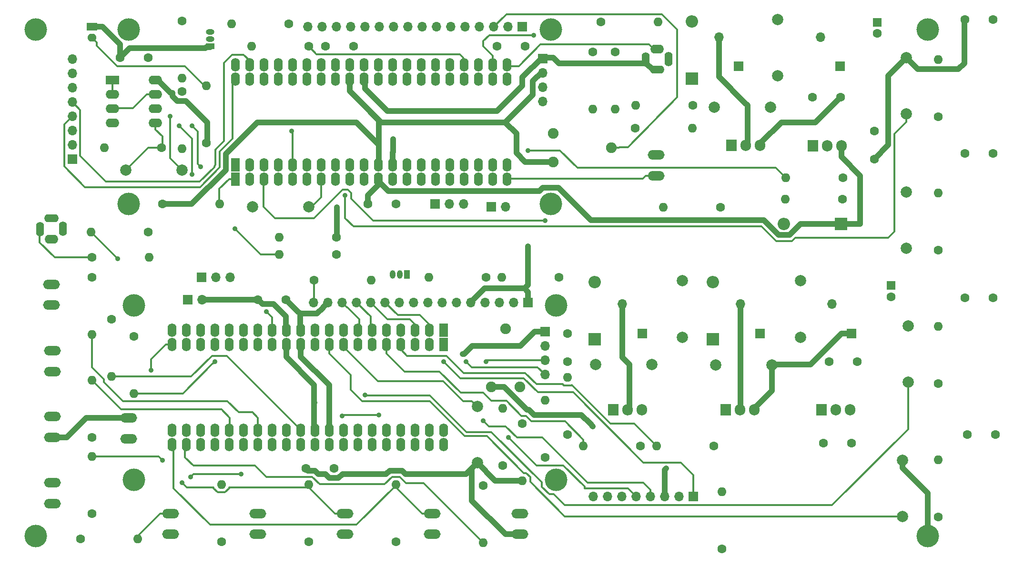
<source format=gbr>
G04 #@! TF.GenerationSoftware,KiCad,Pcbnew,(5.1.5-0-10_14)*
G04 #@! TF.CreationDate,2020-04-26T17:44:24+02:00*
G04 #@! TF.ProjectId,Main_Board_v1,4d61696e-5f42-46f6-9172-645f76312e6b,rev?*
G04 #@! TF.SameCoordinates,Original*
G04 #@! TF.FileFunction,Copper,L2,Bot*
G04 #@! TF.FilePolarity,Positive*
%FSLAX46Y46*%
G04 Gerber Fmt 4.6, Leading zero omitted, Abs format (unit mm)*
G04 Created by KiCad (PCBNEW (5.1.5-0-10_14)) date 2020-04-26 17:44:24*
%MOMM*%
%LPD*%
G04 APERTURE LIST*
%ADD10O,1.400000X2.600000*%
%ADD11O,2.600000X1.400000*%
%ADD12O,2.400000X1.600000*%
%ADD13R,1.000000X1.500000*%
%ADD14O,1.000000X1.500000*%
%ADD15R,1.500000X1.000000*%
%ADD16O,1.500000X1.000000*%
%ADD17O,1.600000X1.400000*%
%ADD18R,1.900000X1.400000*%
%ADD19O,3.000000X1.700000*%
%ADD20C,4.000000*%
%ADD21O,1.700000X1.700000*%
%ADD22R,1.700000X1.700000*%
%ADD23C,1.900000*%
%ADD24O,1.600000X1.600000*%
%ADD25C,1.600000*%
%ADD26C,2.000000*%
%ADD27R,1.600000X1.600000*%
%ADD28O,1.600000X2.400000*%
%ADD29R,1.600000X2.400000*%
%ADD30O,1.905000X2.000000*%
%ADD31R,1.905000X2.000000*%
%ADD32R,2.400000X1.600000*%
%ADD33O,2.200000X2.200000*%
%ADD34R,2.200000X2.200000*%
%ADD35C,0.900000*%
%ADD36C,1.000000*%
%ADD37C,0.350000*%
G04 APERTURE END LIST*
D10*
X36182854Y-72269383D03*
X32132854Y-72319383D03*
D11*
X34157854Y-70419383D03*
D12*
X34157854Y-74119383D03*
D10*
X139782854Y-42169383D03*
X143832854Y-42119383D03*
D11*
X141807854Y-44019383D03*
D12*
X141807854Y-40319383D03*
D13*
X97357854Y-80369383D03*
D14*
X94817854Y-80369383D03*
X96087854Y-80369383D03*
D15*
X62357854Y-39869383D03*
D16*
X62357854Y-37329383D03*
X62357854Y-38599383D03*
D17*
X41357854Y-38269383D03*
D18*
X41357854Y-36369383D03*
D19*
X47857854Y-109569383D03*
X47857854Y-105869383D03*
D20*
X47857854Y-36869383D03*
X47857854Y-67869383D03*
X122857854Y-67869383D03*
X122857854Y-36869383D03*
D21*
X79757854Y-36369383D03*
X82297854Y-36369383D03*
X84837854Y-36369383D03*
X87377854Y-36369383D03*
X89917854Y-36369383D03*
X92457854Y-36369383D03*
X94997854Y-36369383D03*
X97537854Y-36369383D03*
X100077854Y-36369383D03*
X102617854Y-36369383D03*
X105157854Y-36369383D03*
X107697854Y-36369383D03*
X110237854Y-36369383D03*
X112777854Y-36369383D03*
X115317854Y-36369383D03*
D22*
X117857854Y-36369383D03*
D20*
X48857854Y-85869383D03*
X48857854Y-116869383D03*
X123857854Y-116869383D03*
X123857854Y-85869383D03*
D21*
X80757854Y-85369383D03*
X83297854Y-85369383D03*
X85837854Y-85369383D03*
X88377854Y-85369383D03*
X90917854Y-85369383D03*
X93457854Y-85369383D03*
X95997854Y-85369383D03*
X98537854Y-85369383D03*
X101077854Y-85369383D03*
X103617854Y-85369383D03*
X106157854Y-85369383D03*
X108697854Y-85369383D03*
X111237854Y-85369383D03*
X113777854Y-85369383D03*
X116317854Y-85369383D03*
D22*
X118857854Y-85369383D03*
D23*
X117357854Y-100369383D03*
X114857854Y-90069383D03*
X112277854Y-100369383D03*
X123357854Y-60369383D03*
X133657854Y-57869383D03*
X123357854Y-55289383D03*
D24*
X91017854Y-81369383D03*
D25*
X80857854Y-81369383D03*
D24*
X101197854Y-80869383D03*
D25*
X111357854Y-80869383D03*
D24*
X114197854Y-80869383D03*
D25*
X124357854Y-80869383D03*
D24*
X69697854Y-39869383D03*
D25*
X79857854Y-39869383D03*
D24*
X66197854Y-35869383D03*
D25*
X76357854Y-35869383D03*
D24*
X49517854Y-127369383D03*
D25*
X39357854Y-127369383D03*
D24*
X48857854Y-101529383D03*
D25*
X48857854Y-91369383D03*
D19*
X55357854Y-126569383D03*
X55357854Y-122869383D03*
D24*
X153307854Y-119009383D03*
D25*
X153307854Y-129169383D03*
D24*
X64017854Y-67869383D03*
D25*
X53857854Y-67869383D03*
X79357854Y-114869383D03*
X84357854Y-114869383D03*
X196507854Y-84519383D03*
X201507854Y-84519383D03*
X70857854Y-84869383D03*
X75857854Y-84869383D03*
D26*
X186357854Y-89536049D03*
X186357854Y-99536049D03*
X109857854Y-113869383D03*
X109857854Y-103869383D03*
X146307854Y-81519383D03*
X146307854Y-91519383D03*
X167282854Y-81519383D03*
X167282854Y-91519383D03*
X162157854Y-96469383D03*
X152157854Y-96469383D03*
X140857854Y-96369383D03*
X130857854Y-96369383D03*
D25*
X87857854Y-39869383D03*
X82857854Y-39869383D03*
D26*
X69857854Y-68369383D03*
X79857854Y-68369383D03*
D25*
X196857854Y-108869383D03*
X201857854Y-108869383D03*
D26*
X185357854Y-113369383D03*
X185357854Y-123369383D03*
D25*
X125857854Y-90869383D03*
X125857854Y-95869383D03*
X171357854Y-110369383D03*
X176357854Y-110369383D03*
X183357854Y-84369383D03*
D27*
X183357854Y-82369383D03*
D25*
X177357854Y-95869383D03*
X172357854Y-95869383D03*
X118357854Y-39869383D03*
X113357854Y-39869383D03*
X196507854Y-35119383D03*
X201507854Y-35119383D03*
X95357854Y-67869383D03*
X90357854Y-67869383D03*
D26*
X186057854Y-41869383D03*
X186057854Y-51869383D03*
D25*
X196507854Y-58919383D03*
X201507854Y-58919383D03*
X174357854Y-48869383D03*
X169357854Y-48869383D03*
X180357854Y-59869383D03*
X180357854Y-54869383D03*
D26*
X163167854Y-35119383D03*
X163167854Y-45119383D03*
D25*
X180857854Y-37569383D03*
D27*
X180857854Y-35569383D03*
D26*
X186057854Y-65702716D03*
X186057854Y-75702716D03*
X47357854Y-61869383D03*
X57357854Y-61869383D03*
X151897854Y-50649383D03*
X161897854Y-50649383D03*
D25*
X46357854Y-41869383D03*
X51357854Y-41869383D03*
D28*
X68297854Y-110649383D03*
X65757854Y-110649383D03*
X63217854Y-110649383D03*
X60677854Y-110649383D03*
X58137854Y-110649383D03*
X55597854Y-110649383D03*
X80997854Y-110649383D03*
X78457854Y-110649383D03*
X75917854Y-110649383D03*
X73377854Y-110649383D03*
X70837854Y-110649383D03*
X101317854Y-110649383D03*
X98777854Y-110649383D03*
X96237854Y-110649383D03*
X93697854Y-110649383D03*
X91157854Y-110649383D03*
X88617854Y-110649383D03*
X86077854Y-110649383D03*
X83537854Y-110649383D03*
X103857854Y-110649383D03*
X58137854Y-90329383D03*
X55597854Y-90329383D03*
X93697854Y-90329383D03*
X73377854Y-90329383D03*
D29*
X103857854Y-90329383D03*
D28*
X70837854Y-90329383D03*
X75917854Y-90329383D03*
X80997854Y-90329383D03*
X88617854Y-90329383D03*
X86077854Y-90329383D03*
X83537854Y-90329383D03*
X91157854Y-90329383D03*
X98777854Y-90329383D03*
X96237854Y-90329383D03*
X101317854Y-90329383D03*
X65757854Y-90329383D03*
X68297854Y-90329383D03*
X63217854Y-90329383D03*
X60677854Y-90329383D03*
X78457854Y-90329383D03*
D29*
X103857854Y-92869383D03*
D28*
X55597854Y-108109383D03*
X101317854Y-92869383D03*
X58137854Y-108109383D03*
X98777854Y-92869383D03*
X60677854Y-108109383D03*
X96237854Y-92869383D03*
X63217854Y-108109383D03*
X93697854Y-92869383D03*
X65757854Y-108109383D03*
X91157854Y-92869383D03*
X68297854Y-108109383D03*
X88617854Y-92869383D03*
X70837854Y-108109383D03*
X86077854Y-92869383D03*
X73377854Y-108109383D03*
X83537854Y-92869383D03*
X75917854Y-108109383D03*
X80997854Y-92869383D03*
X78457854Y-108109383D03*
X78457854Y-92869383D03*
X80997854Y-108109383D03*
X75917854Y-92869383D03*
X83537854Y-108109383D03*
X73377854Y-92869383D03*
X86077854Y-108109383D03*
X70837854Y-92869383D03*
X88617854Y-108109383D03*
X68297854Y-92869383D03*
X91157854Y-108109383D03*
X65757854Y-92869383D03*
X93697854Y-108109383D03*
X63217854Y-92869383D03*
X96237854Y-108109383D03*
X60677854Y-92869383D03*
X98777854Y-108109383D03*
X58137854Y-92869383D03*
X101317854Y-108109383D03*
X55597854Y-92869383D03*
X103857854Y-108109383D03*
D30*
X176087854Y-104409383D03*
X173547854Y-104409383D03*
D31*
X171007854Y-104409383D03*
D28*
X102417854Y-43089383D03*
X104957854Y-43089383D03*
X107497854Y-43089383D03*
X110037854Y-43089383D03*
X112577854Y-43089383D03*
X115117854Y-43089383D03*
X89717854Y-43089383D03*
X92257854Y-43089383D03*
X94797854Y-43089383D03*
X97337854Y-43089383D03*
X99877854Y-43089383D03*
X69397854Y-43089383D03*
X71937854Y-43089383D03*
X74477854Y-43089383D03*
X77017854Y-43089383D03*
X79557854Y-43089383D03*
X82097854Y-43089383D03*
X84637854Y-43089383D03*
X87177854Y-43089383D03*
X66857854Y-43089383D03*
X112577854Y-63409383D03*
X115117854Y-63409383D03*
X77017854Y-63409383D03*
X97337854Y-63409383D03*
D29*
X66857854Y-63409383D03*
D28*
X99877854Y-63409383D03*
X94797854Y-63409383D03*
X89717854Y-63409383D03*
X82097854Y-63409383D03*
X84637854Y-63409383D03*
X87177854Y-63409383D03*
X79557854Y-63409383D03*
X71937854Y-63409383D03*
X74477854Y-63409383D03*
X69397854Y-63409383D03*
X104957854Y-63409383D03*
X102417854Y-63409383D03*
X107497854Y-63409383D03*
X110037854Y-63409383D03*
X92257854Y-63409383D03*
D29*
X66857854Y-60869383D03*
D28*
X115117854Y-45629383D03*
X69397854Y-60869383D03*
X112577854Y-45629383D03*
X71937854Y-60869383D03*
X110037854Y-45629383D03*
X74477854Y-60869383D03*
X107497854Y-45629383D03*
X77017854Y-60869383D03*
X104957854Y-45629383D03*
X79557854Y-60869383D03*
X102417854Y-45629383D03*
X82097854Y-60869383D03*
X99877854Y-45629383D03*
X84637854Y-60869383D03*
X97337854Y-45629383D03*
X87177854Y-60869383D03*
X94797854Y-45629383D03*
X89717854Y-60869383D03*
X92257854Y-45629383D03*
X92257854Y-60869383D03*
X89717854Y-45629383D03*
X94797854Y-60869383D03*
X87177854Y-45629383D03*
X97337854Y-60869383D03*
X84637854Y-45629383D03*
X99877854Y-60869383D03*
X82097854Y-45629383D03*
X102417854Y-60869383D03*
X79557854Y-45629383D03*
X104957854Y-60869383D03*
X77017854Y-45629383D03*
X107497854Y-60869383D03*
X74477854Y-45629383D03*
X110037854Y-60869383D03*
X71937854Y-45629383D03*
X112577854Y-60869383D03*
X69397854Y-45629383D03*
X115117854Y-60869383D03*
X66857854Y-45629383D03*
D30*
X174537854Y-57509383D03*
X171997854Y-57509383D03*
D31*
X169457854Y-57509383D03*
D12*
X52627854Y-45869383D03*
X45007854Y-53489383D03*
X52627854Y-48409383D03*
X45007854Y-50949383D03*
X52627854Y-50949383D03*
X45007854Y-48409383D03*
X52627854Y-53489383D03*
D32*
X45007854Y-45869383D03*
D20*
X189857854Y-126869383D03*
X31357854Y-36869383D03*
X31357854Y-126869383D03*
X189857854Y-36869383D03*
D24*
X74601854Y-73763383D03*
D25*
X84761854Y-73763383D03*
D24*
X74601854Y-76811383D03*
D25*
X84761854Y-76811383D03*
D24*
X64357854Y-117709383D03*
D25*
X64357854Y-127869383D03*
D24*
X41357854Y-99209383D03*
D25*
X41357854Y-109369383D03*
D24*
X41357854Y-112709383D03*
D25*
X41357854Y-122869383D03*
D24*
X191707854Y-89609383D03*
D25*
X191707854Y-99769383D03*
D24*
X117857854Y-117029383D03*
D25*
X117857854Y-106869383D03*
D24*
X114357854Y-104209383D03*
D25*
X114357854Y-114369383D03*
D24*
X128697854Y-110869383D03*
D25*
X138857854Y-110869383D03*
D24*
X164517854Y-67039383D03*
D25*
X174677854Y-67039383D03*
D24*
X164667854Y-63239383D03*
D25*
X174827854Y-63239383D03*
D24*
X41197854Y-72869383D03*
D25*
X51357854Y-72869383D03*
D24*
X110857854Y-128029383D03*
D25*
X110857854Y-117869383D03*
D24*
X95357854Y-117709383D03*
D25*
X95357854Y-127869383D03*
D24*
X79857854Y-117709383D03*
D25*
X79857854Y-127869383D03*
D24*
X41357854Y-91029383D03*
D25*
X41357854Y-80869383D03*
D24*
X44857854Y-98529383D03*
D25*
X44857854Y-88369383D03*
D24*
X125857854Y-98709383D03*
D25*
X125857854Y-108869383D03*
D24*
X51517854Y-77369383D03*
D25*
X41357854Y-77369383D03*
D24*
X121857854Y-102709383D03*
D25*
X121857854Y-112869383D03*
D24*
X141697854Y-110869383D03*
D25*
X151857854Y-110869383D03*
D24*
X191707854Y-113309383D03*
D25*
X191707854Y-123469383D03*
D24*
X137997854Y-50319383D03*
D25*
X148157854Y-50319383D03*
D24*
X141967854Y-35519383D03*
D25*
X131807854Y-35519383D03*
D24*
X130357854Y-51029383D03*
D25*
X130357854Y-40869383D03*
D24*
X148017854Y-54369383D03*
D25*
X137857854Y-54369383D03*
D24*
X134357854Y-51029383D03*
D25*
X134357854Y-40869383D03*
D24*
X191707854Y-42209383D03*
D25*
X191707854Y-52369383D03*
D24*
X142847854Y-68429383D03*
D25*
X153007854Y-68429383D03*
D24*
X57357854Y-45529383D03*
D25*
X57357854Y-35369383D03*
D24*
X57357854Y-58029383D03*
D25*
X57357854Y-47869383D03*
D24*
X43597854Y-57869383D03*
D25*
X53757854Y-57869383D03*
D24*
X61647854Y-46839383D03*
D25*
X61647854Y-56999383D03*
D24*
X191707854Y-65909383D03*
D25*
X191707854Y-76069383D03*
D30*
X139087854Y-104409383D03*
X136547854Y-104409383D03*
D31*
X134007854Y-104409383D03*
D30*
X159087854Y-104409383D03*
X156547854Y-104409383D03*
D31*
X154007854Y-104409383D03*
D30*
X160087854Y-57409383D03*
X157547854Y-57409383D03*
D31*
X155007854Y-57409383D03*
D21*
X130427854Y-119819383D03*
X132967854Y-119819383D03*
X135507854Y-119819383D03*
X138047854Y-119819383D03*
X140587854Y-119819383D03*
X143127854Y-119819383D03*
X145667854Y-119819383D03*
D22*
X148207854Y-119819383D03*
D19*
X34357854Y-109356883D03*
X34357854Y-105656883D03*
X70857854Y-126569383D03*
X70857854Y-122869383D03*
X34357854Y-121069383D03*
X34357854Y-117369383D03*
X34157854Y-82131883D03*
X34157854Y-85831883D03*
X101857854Y-126569383D03*
X101857854Y-122869383D03*
X34357854Y-97644383D03*
X34357854Y-93944383D03*
X86357854Y-126569383D03*
X86357854Y-122869383D03*
X141607854Y-59169383D03*
X141607854Y-62869383D03*
D21*
X60897854Y-84869383D03*
D22*
X58357854Y-84869383D03*
D21*
X121857854Y-98189383D03*
X121857854Y-95649383D03*
X121857854Y-93109383D03*
D22*
X121857854Y-90569383D03*
D21*
X65937854Y-80869383D03*
X63397854Y-80869383D03*
D22*
X60857854Y-80869383D03*
D19*
X117357854Y-126569383D03*
X117357854Y-122869383D03*
D21*
X135632854Y-85669383D03*
D22*
X139132854Y-90869383D03*
D21*
X156607854Y-85669383D03*
D22*
X160107854Y-90869383D03*
D21*
X172857854Y-85669383D03*
D22*
X176357854Y-90869383D03*
D21*
X121457854Y-49639383D03*
X121457854Y-47099383D03*
X121457854Y-44559383D03*
D22*
X121457854Y-42019383D03*
D21*
X114897854Y-68369383D03*
D22*
X112357854Y-68369383D03*
D21*
X37857854Y-42089383D03*
X37857854Y-44629383D03*
X37857854Y-47169383D03*
X37857854Y-49709383D03*
X37857854Y-52249383D03*
X37857854Y-54789383D03*
X37857854Y-57329383D03*
D22*
X37857854Y-59869383D03*
D21*
X107437854Y-67869383D03*
X104897854Y-67869383D03*
D22*
X102357854Y-67869383D03*
D21*
X170807854Y-38219383D03*
D22*
X174307854Y-43419383D03*
D21*
X152757854Y-38219383D03*
D22*
X156257854Y-43419383D03*
D33*
X164317854Y-71389383D03*
D34*
X174477854Y-71389383D03*
D33*
X130707854Y-81759383D03*
D34*
X130707854Y-91919383D03*
D33*
X151682854Y-81759383D03*
D34*
X151682854Y-91919383D03*
D33*
X147927854Y-35409383D03*
D34*
X147927854Y-45569383D03*
D35*
X94857854Y-56369383D03*
X94857854Y-51369383D03*
X143357854Y-114869383D03*
X130357854Y-107369383D03*
X118857854Y-75369383D03*
X80984853Y-103194384D03*
X107230859Y-94494382D03*
X55250861Y-52257594D03*
X107857854Y-95869383D03*
X56821854Y-53951383D03*
X59107854Y-62587383D03*
X66727854Y-72239383D03*
X111348051Y-95844383D03*
X92347854Y-105394383D03*
X85777854Y-105513383D03*
X59107854Y-53951383D03*
X60631854Y-61219383D03*
X119857854Y-37869383D03*
X86357854Y-66369383D03*
X121857854Y-70844373D03*
X76857854Y-54869383D03*
X84907854Y-68419383D03*
X70857854Y-53369383D03*
X118857854Y-58369383D03*
X57357854Y-117369383D03*
X51829062Y-97398175D03*
X45899854Y-77573383D03*
X53857854Y-113369383D03*
X58857854Y-116369383D03*
X67857854Y-115869383D03*
X115357854Y-109369383D03*
X110857854Y-106369383D03*
X103857854Y-95869385D03*
X89857854Y-101844383D03*
X63171854Y-95861383D03*
X72357854Y-87019382D03*
D36*
X174357854Y-48869383D02*
X169857854Y-53369383D01*
X169857854Y-53369383D02*
X163857854Y-53369383D01*
X163857854Y-53369383D02*
X160357854Y-56869383D01*
X160357854Y-56869383D02*
X160357854Y-57369383D01*
X186057854Y-41869383D02*
X182857854Y-45069383D01*
X182857854Y-45069383D02*
X182857854Y-57369383D01*
X182857854Y-57369383D02*
X180357854Y-59869383D01*
X122149856Y-41869383D02*
X121357854Y-41869383D01*
X141007854Y-44019383D02*
X139857854Y-42869383D01*
X139857854Y-42869383D02*
X136157853Y-42869383D01*
X141807854Y-44019383D02*
X141007854Y-44019383D01*
X124357854Y-42869383D02*
X123357854Y-41869383D01*
X136165850Y-42869383D02*
X124357854Y-42869383D01*
X123357854Y-41869383D02*
X121357854Y-41869383D01*
X94857854Y-58609383D02*
X94857854Y-56369383D01*
X94797854Y-58669383D02*
X94857854Y-58609383D01*
X94797854Y-60869383D02*
X94797854Y-58669383D01*
X113357854Y-51369383D02*
X93857854Y-51369383D01*
X89857854Y-47369383D02*
X89857854Y-45369383D01*
X121457854Y-42019383D02*
X121457854Y-41769383D01*
X117857854Y-46869383D02*
X113357854Y-51369383D01*
X117857854Y-45369383D02*
X117857854Y-46869383D01*
X93857854Y-51369383D02*
X89857854Y-47369383D01*
X121457854Y-41769383D02*
X117857854Y-45369383D01*
X48057855Y-40169382D02*
X61557855Y-40169382D01*
X61557855Y-40169382D02*
X61702844Y-40024393D01*
X46357854Y-41869383D02*
X48057855Y-40169382D01*
X61702844Y-40024393D02*
X62357854Y-40024393D01*
X46357854Y-39519383D02*
X46357854Y-40738013D01*
X43207854Y-36369383D02*
X46357854Y-39519383D01*
X41357854Y-36369383D02*
X43207854Y-36369383D01*
X46357854Y-40738013D02*
X46357854Y-41869383D01*
X174507854Y-90869383D02*
X169007854Y-96369383D01*
X176357854Y-90869383D02*
X174507854Y-90869383D01*
X169007854Y-96369383D02*
X161857854Y-96369383D01*
X162157854Y-96469383D02*
X162157854Y-101069383D01*
X162157854Y-101069383D02*
X158857854Y-104369383D01*
X143127854Y-115099383D02*
X143357854Y-114869383D01*
X143127854Y-119819383D02*
X143127854Y-115099383D01*
X118857854Y-83519383D02*
X118207854Y-82869383D01*
X118857854Y-85369383D02*
X118857854Y-83519383D01*
X111147852Y-82869383D02*
X108857854Y-85159381D01*
X118207854Y-82869383D02*
X111147852Y-82869383D01*
X108857854Y-85159381D02*
X108857854Y-85369383D01*
X108857855Y-120569384D02*
X108857855Y-114869382D01*
X108857855Y-114869382D02*
X109857854Y-113869383D01*
X114857854Y-126569383D02*
X108857855Y-120569384D01*
X117357854Y-126569383D02*
X114857854Y-126569383D01*
X129907855Y-106919384D02*
X130357854Y-107369383D01*
X118669840Y-104419371D02*
X118963139Y-104419371D01*
X128357854Y-105369383D02*
X129907855Y-106919384D01*
X112277854Y-100369383D02*
X114619852Y-100369383D01*
X114619852Y-100369383D02*
X118669840Y-104419371D01*
X118963139Y-104419371D02*
X119913151Y-105369383D01*
X119913151Y-105369383D02*
X128357854Y-105369383D01*
X71657853Y-85669382D02*
X73657853Y-85669382D01*
X70857854Y-84869383D02*
X71657853Y-85669382D01*
X73657853Y-85669382D02*
X75857854Y-87869383D01*
X75857854Y-87869383D02*
X75857854Y-90369383D01*
X75917854Y-95069383D02*
X80857854Y-100009383D01*
X75917854Y-92869383D02*
X75917854Y-95069383D01*
X80857854Y-100009383D02*
X80857854Y-107869383D01*
X117857854Y-117029383D02*
X113017854Y-117029383D01*
X113017854Y-117029383D02*
X109857854Y-113869383D01*
X70857854Y-84869383D02*
X60857854Y-84869383D01*
X93642557Y-115869383D02*
X94252569Y-115259371D01*
X81573151Y-115869383D02*
X82841852Y-115869383D01*
X85173855Y-116569384D02*
X85873856Y-115869383D01*
X96463139Y-115259371D02*
X97073151Y-115869383D01*
X83541853Y-116569384D02*
X85173855Y-116569384D01*
X80963139Y-115259371D02*
X81573151Y-115869383D01*
X79357854Y-114869383D02*
X79747842Y-115259371D01*
X94252569Y-115259371D02*
X96463139Y-115259371D01*
X107857854Y-115869383D02*
X109857854Y-113869383D01*
X85873856Y-115869383D02*
X93642557Y-115869383D01*
X97073151Y-115869383D02*
X107857854Y-115869383D01*
X82841852Y-115869383D02*
X83541853Y-116569384D01*
X79747842Y-115259371D02*
X80963139Y-115259371D01*
X40345354Y-105869383D02*
X45357854Y-105869383D01*
X36857854Y-109356883D02*
X40345354Y-105869383D01*
X34357854Y-109356883D02*
X36857854Y-109356883D01*
X45357854Y-105869383D02*
X47857854Y-105869383D01*
X118857854Y-80069383D02*
X118857854Y-75369383D01*
X118857854Y-82219383D02*
X118857854Y-80069383D01*
X118207854Y-82869383D02*
X118857854Y-82219383D01*
X189857854Y-119283596D02*
X189857854Y-124040956D01*
X185357854Y-114783596D02*
X189857854Y-119283596D01*
X185357854Y-113369383D02*
X185357854Y-114783596D01*
X189857854Y-124040956D02*
X189857854Y-126869383D01*
X188097855Y-43909384D02*
X195317853Y-43909384D01*
X186057854Y-41869383D02*
X188097855Y-43909384D01*
X195317853Y-43909384D02*
X196357854Y-42869383D01*
X196357854Y-42869383D02*
X196357854Y-34869383D01*
X120007854Y-90569383D02*
X117509854Y-93067383D01*
X121857854Y-90569383D02*
X120007854Y-90569383D01*
X117509854Y-93067383D02*
X108891854Y-93067383D01*
X107464855Y-94494382D02*
X107230859Y-94494382D01*
X108891854Y-93067383D02*
X107464855Y-94494382D01*
X47357854Y-61369383D02*
X47357854Y-61869383D01*
D37*
X52627854Y-54639383D02*
X53857854Y-55869383D01*
X52627854Y-53489383D02*
X52627854Y-54639383D01*
X53857854Y-55869383D02*
X53857854Y-57869383D01*
X53857854Y-57869383D02*
X51357854Y-57869383D01*
X51357854Y-57869383D02*
X47357854Y-61869383D01*
X42207853Y-39754384D02*
X45822852Y-43369383D01*
X42207853Y-39119382D02*
X42207853Y-39754384D01*
X41357854Y-38269383D02*
X42207853Y-39119382D01*
X45822852Y-43369383D02*
X57857854Y-43369383D01*
X57857854Y-43369383D02*
X61357854Y-46869383D01*
X61357854Y-46869383D02*
X61857854Y-46869383D01*
X57357854Y-61869383D02*
X55250861Y-59762390D01*
X55250861Y-52893990D02*
X55250861Y-52257594D01*
X55250861Y-59762390D02*
X55250861Y-52893990D01*
D36*
X152757854Y-38219383D02*
X152757854Y-45269383D01*
X152757854Y-45269383D02*
X157357854Y-49869383D01*
X157357854Y-49869383D02*
X157857854Y-50369383D01*
X157857854Y-50369383D02*
X157857854Y-56869383D01*
X157857854Y-56869383D02*
X157357854Y-57369383D01*
D37*
X121857854Y-98189383D02*
X120537854Y-96869383D01*
X120537854Y-96869383D02*
X108857854Y-96869383D01*
X108857854Y-96869383D02*
X107857854Y-95869383D01*
X56821854Y-53951383D02*
X59107854Y-56237383D01*
X59107854Y-56237383D02*
X59107854Y-62587383D01*
X71299854Y-76811383D02*
X66727854Y-72239383D01*
X74601854Y-76811383D02*
X71299854Y-76811383D01*
X111543051Y-95649383D02*
X111348051Y-95844383D01*
X121857854Y-95649383D02*
X111543051Y-95649383D01*
X92347854Y-105394383D02*
X85896854Y-105394383D01*
X85896854Y-105394383D02*
X85777854Y-105513383D01*
X60123854Y-54967383D02*
X59107854Y-53951383D01*
X60123854Y-60711383D02*
X60123854Y-54967383D01*
X60631854Y-61219383D02*
X60123854Y-60711383D01*
X51077854Y-48409383D02*
X48617854Y-50869383D01*
X52627854Y-48409383D02*
X51077854Y-48409383D01*
X48617854Y-50869383D02*
X44857854Y-50869383D01*
X139757854Y-62869383D02*
X139257854Y-63369383D01*
X141607854Y-62869383D02*
X139757854Y-62869383D01*
X139257854Y-63369383D02*
X115357854Y-63369383D01*
X117187854Y-43369383D02*
X115357854Y-43369383D01*
X121062855Y-39494382D02*
X117187854Y-43369383D01*
X141157854Y-40319383D02*
X140332853Y-39494382D01*
X140332853Y-39494382D02*
X121062855Y-39494382D01*
X141807854Y-40319383D02*
X141157854Y-40319383D01*
X112577854Y-41539383D02*
X110907854Y-39869383D01*
X112577854Y-43089383D02*
X112577854Y-41539383D01*
X110907854Y-39869383D02*
X110907854Y-38919383D01*
X110907854Y-38919383D02*
X111957854Y-37869383D01*
X119092856Y-37869383D02*
X119857854Y-37869383D01*
X111957854Y-37869383D02*
X119092856Y-37869383D01*
X86357854Y-66369383D02*
X86357854Y-68869383D01*
X165723139Y-74464395D02*
X162912569Y-74464395D01*
X160317557Y-71869383D02*
X90857854Y-71869383D01*
X166318151Y-73869383D02*
X165723139Y-74464395D01*
X182857854Y-73869383D02*
X166318151Y-73869383D01*
X183932864Y-72794373D02*
X182857854Y-73869383D01*
X183932864Y-55408586D02*
X183932864Y-72794373D01*
X186057854Y-53283596D02*
X183932864Y-55408586D01*
X186057854Y-51869383D02*
X186057854Y-53283596D01*
X162912569Y-74464395D02*
X160317557Y-71869383D01*
X86357854Y-70394383D02*
X87832854Y-71869383D01*
X86357854Y-66369383D02*
X86357854Y-70394383D01*
X87832854Y-71869383D02*
X90857854Y-71869383D01*
X85865853Y-65344382D02*
X86849855Y-65344382D01*
X80840852Y-70369383D02*
X85865853Y-65344382D01*
X121221458Y-70844373D02*
X121857854Y-70844373D01*
X73857854Y-70369383D02*
X80840852Y-70369383D01*
X71857854Y-68369383D02*
X73857854Y-70369383D01*
X87382855Y-66894384D02*
X91332844Y-70844373D01*
X87382855Y-65877382D02*
X87382855Y-66894384D01*
X91332844Y-70844373D02*
X121221458Y-70844373D01*
X71857854Y-63369383D02*
X71857854Y-68369383D01*
X86849855Y-65344382D02*
X87382855Y-65877382D01*
X45007854Y-45869383D02*
X45007854Y-48219383D01*
X45007854Y-48219383D02*
X44857854Y-48369383D01*
X77017854Y-55029383D02*
X76857854Y-54869383D01*
X77017854Y-60869383D02*
X77017854Y-55029383D01*
D36*
X174537854Y-59509383D02*
X177857854Y-62829383D01*
X174537854Y-57509383D02*
X174537854Y-59509383D01*
X174477854Y-71389383D02*
X177837854Y-71389383D01*
X177837854Y-71389383D02*
X177857854Y-71369383D01*
X177857854Y-62829383D02*
X177857854Y-71369383D01*
X87177854Y-47829383D02*
X89117864Y-49769393D01*
X87177854Y-45629383D02*
X87177854Y-47829383D01*
X89117864Y-49769393D02*
X92357854Y-53009383D01*
X92357854Y-53009383D02*
X92357854Y-57369383D01*
X92357854Y-57369383D02*
X92357854Y-60869383D01*
X84907854Y-73869383D02*
X84907854Y-68419383D01*
X90357854Y-67869383D02*
X90357854Y-66869383D01*
X90357854Y-66869383D02*
X90357854Y-66369383D01*
X90357854Y-66369383D02*
X92357854Y-64369383D01*
X92257854Y-63809383D02*
X92257854Y-63409383D01*
X120825852Y-65609383D02*
X94057854Y-65609383D01*
X94057854Y-65609383D02*
X92257854Y-63809383D01*
X163357853Y-73389384D02*
X160737853Y-70769384D01*
X160737853Y-70769384D02*
X130049857Y-70769384D01*
X124249855Y-64969382D02*
X121465853Y-64969382D01*
X167297856Y-71369383D02*
X165277855Y-73389384D01*
X130049857Y-70769384D02*
X124249855Y-64969382D01*
X121465853Y-64969382D02*
X120825852Y-65609383D01*
X165277855Y-73389384D02*
X163357853Y-73389384D01*
X177857854Y-71369383D02*
X167297856Y-71369383D01*
X88357854Y-53369383D02*
X92357854Y-57369383D01*
X70737852Y-53369383D02*
X88357854Y-53369383D01*
X65157853Y-58949382D02*
X70737852Y-53369383D01*
X65157853Y-61809854D02*
X65157853Y-58949382D01*
X59098324Y-67869383D02*
X65157853Y-61809854D01*
X53857854Y-67869383D02*
X59098324Y-67869383D01*
X118357854Y-60369383D02*
X123357854Y-60369383D01*
X116765854Y-58777383D02*
X118357854Y-60369383D01*
X92717854Y-53369383D02*
X89117864Y-49769393D01*
X114807854Y-53369383D02*
X92717854Y-53369383D01*
X119707853Y-48469384D02*
X114807854Y-53369383D01*
X119707853Y-46019384D02*
X119707853Y-48469384D01*
X121357854Y-44369383D02*
X119707853Y-46019384D01*
X116765854Y-55327383D02*
X114807854Y-53369383D01*
X116765854Y-58777383D02*
X116765854Y-55327383D01*
X55297854Y-48139383D02*
X53027854Y-45869383D01*
X53027854Y-45869383D02*
X52627854Y-45869383D01*
X61857854Y-53399383D02*
X58027855Y-49569384D01*
X55657853Y-48685384D02*
X55657853Y-48139383D01*
X61857854Y-56869383D02*
X61857854Y-53399383D01*
X58027855Y-49569384D02*
X56541853Y-49569384D01*
X61647854Y-57079383D02*
X61857854Y-56869383D01*
X55657853Y-48139383D02*
X55297854Y-48139383D01*
X56541853Y-49569384D02*
X55657853Y-48685384D01*
X61647854Y-56999383D02*
X61647854Y-57079383D01*
D37*
X82097854Y-63409383D02*
X82097854Y-66629383D01*
X82097854Y-66629383D02*
X80357854Y-68369383D01*
X124534856Y-58369383D02*
X123357854Y-58369383D01*
X162872844Y-61444373D02*
X127609846Y-61444373D01*
X123357854Y-58369383D02*
X118857854Y-58369383D01*
X127609846Y-61444373D02*
X124534856Y-58369383D01*
X164667854Y-63239383D02*
X162872844Y-61444373D01*
X66288307Y-41314373D02*
X68302844Y-41314373D01*
X64812856Y-56641882D02*
X64812856Y-42789824D01*
X37857854Y-49709383D02*
X39282855Y-51134384D01*
X63357854Y-58096884D02*
X64812856Y-56641882D01*
X63332831Y-58193434D02*
X63357854Y-58168411D01*
X63092359Y-61294381D02*
X63092359Y-61134878D01*
X68302844Y-41314373D02*
X69357854Y-42369383D01*
X63357854Y-58168411D02*
X63357854Y-58096884D01*
X60517355Y-63869383D02*
X63092359Y-61294381D01*
X63092359Y-61134878D02*
X63332831Y-60894406D01*
X43857854Y-63869383D02*
X60517355Y-63869383D01*
X39282855Y-59294384D02*
X43857854Y-63869383D01*
X64812856Y-42789824D02*
X66288307Y-41314373D01*
X39282855Y-51134384D02*
X39282855Y-59294384D01*
X63332831Y-60894406D02*
X63332831Y-58193434D01*
X64082842Y-58504098D02*
X66357854Y-56229086D01*
X64082842Y-61364573D02*
X64082842Y-58504098D01*
X60578032Y-64869383D02*
X64082842Y-61364573D01*
X40122852Y-64869383D02*
X60578032Y-64869383D01*
X66357854Y-45869383D02*
X66857854Y-45369383D01*
X66357854Y-56229086D02*
X66357854Y-45869383D01*
X36432853Y-53674384D02*
X36432853Y-61179384D01*
X36432853Y-61179384D02*
X40122852Y-64869383D01*
X37857854Y-52249383D02*
X36432853Y-53674384D01*
D36*
X75857854Y-84869383D02*
X77857854Y-86869383D01*
X77857854Y-86869383D02*
X78357854Y-87369383D01*
X78357854Y-87369383D02*
X78357854Y-90369383D01*
X78457854Y-92869383D02*
X78457854Y-95069383D01*
X83537854Y-100049383D02*
X83357854Y-99869383D01*
X83537854Y-108109383D02*
X83537854Y-100049383D01*
X78457854Y-95069383D02*
X83357854Y-99869383D01*
X82447855Y-86219382D02*
X82447855Y-86279382D01*
X83297854Y-85369383D02*
X82447855Y-86219382D01*
X81357854Y-87369383D02*
X78357854Y-87369383D01*
X82447855Y-86279382D02*
X81357854Y-87369383D01*
X156607854Y-85669383D02*
X156607854Y-104119383D01*
X156607854Y-104119383D02*
X156357854Y-104369383D01*
X135632854Y-85669383D02*
X135632854Y-95144383D01*
X135632854Y-95144383D02*
X136857854Y-96369383D01*
X136857854Y-96369383D02*
X136857854Y-104869383D01*
D37*
X86077854Y-93269383D02*
X92177854Y-99369383D01*
X86077854Y-92869383D02*
X86077854Y-93269383D01*
X103797180Y-99369383D02*
X107297180Y-102869383D01*
X92177854Y-99369383D02*
X103797180Y-99369383D01*
X107297180Y-102869383D02*
X108857855Y-102869384D01*
X108857855Y-102869384D02*
X109857854Y-103869383D01*
X59357854Y-114369383D02*
X57857854Y-112869383D01*
X94697853Y-116334382D02*
X93387840Y-117644395D01*
X96017855Y-116334382D02*
X94697853Y-116334382D01*
X100272865Y-117444394D02*
X97127867Y-117444394D01*
X72322853Y-116334382D02*
X70357854Y-114369383D01*
X70357854Y-114369383D02*
X59357854Y-114369383D01*
X93387840Y-117644395D02*
X81827868Y-117644395D01*
X80517855Y-116334382D02*
X72322853Y-116334382D01*
X110857854Y-128029383D02*
X100272865Y-117444394D01*
X97127867Y-117444394D02*
X96017855Y-116334382D01*
X57857854Y-112869383D02*
X57857854Y-110369383D01*
X81827868Y-117644395D02*
X80517855Y-116334382D01*
X62982853Y-118219383D02*
X58207854Y-118219383D01*
X62982853Y-118369384D02*
X62982853Y-118219383D01*
X63697853Y-119084384D02*
X62982853Y-118369384D01*
X65017855Y-119084384D02*
X63697853Y-119084384D01*
X58207854Y-118219383D02*
X57357854Y-117369383D01*
X65732855Y-118369384D02*
X65017855Y-119084384D01*
X65732855Y-118219383D02*
X65732855Y-118369384D01*
X84507854Y-122869383D02*
X79857854Y-118219383D01*
X79857854Y-118219383D02*
X65732855Y-118219383D01*
X86357854Y-122869383D02*
X84507854Y-122869383D01*
X51829062Y-96761779D02*
X51829062Y-97398175D01*
X51829062Y-95488175D02*
X51829062Y-96761779D01*
X55597854Y-92869383D02*
X54447854Y-92869383D01*
X54447854Y-92869383D02*
X51829062Y-95488175D01*
X65324852Y-94836381D02*
X78357854Y-107869383D01*
X62679852Y-94836381D02*
X65324852Y-94836381D01*
X58986850Y-98529383D02*
X62679852Y-94836381D01*
X44857854Y-98529383D02*
X58986850Y-98529383D01*
X32082844Y-73019393D02*
X32082844Y-74709641D01*
X32082844Y-74709641D02*
X34742586Y-77369383D01*
X32132854Y-72969383D02*
X32082844Y-73019393D01*
X32132854Y-72319383D02*
X32132854Y-72969383D01*
X34742586Y-77369383D02*
X41357854Y-77369383D01*
X45899854Y-77571383D02*
X45899854Y-77573383D01*
X41197854Y-72869383D02*
X45899854Y-77571383D01*
X55857854Y-112869383D02*
X55857854Y-110869383D01*
X55857854Y-118369383D02*
X55857854Y-112869383D01*
X62357854Y-124869383D02*
X55857854Y-118369383D01*
X101857854Y-122869383D02*
X100007854Y-122869383D01*
X88357854Y-124869383D02*
X62357854Y-124869383D01*
X95357854Y-117869383D02*
X88357854Y-124869383D01*
X95357854Y-118219383D02*
X95357854Y-117869383D01*
X100007854Y-122869383D02*
X95357854Y-118219383D01*
X69857854Y-104869383D02*
X70857854Y-105869383D01*
X65437412Y-102904384D02*
X67402411Y-104869383D01*
X43482853Y-99494382D02*
X46892855Y-102904384D01*
X46892855Y-102904384D02*
X65437412Y-102904384D01*
X67402411Y-104869383D02*
X69857854Y-104869383D01*
X43482853Y-98994382D02*
X43482853Y-99494382D01*
X70857854Y-105869383D02*
X70857854Y-107869383D01*
X41357854Y-96869383D02*
X43482853Y-98994382D01*
X41357854Y-91029383D02*
X41357854Y-96869383D01*
X41357854Y-112709383D02*
X53197854Y-112709383D01*
X53197854Y-112709383D02*
X53857854Y-113369383D01*
X58857854Y-116369383D02*
X59357854Y-115869383D01*
X59357854Y-115869383D02*
X67857854Y-115869383D01*
X41357854Y-99209383D02*
X46517854Y-104369383D01*
X46517854Y-104369383D02*
X64357854Y-104369383D01*
X64357854Y-104369383D02*
X65857854Y-105869383D01*
X65857854Y-105869383D02*
X65857854Y-107369383D01*
X103340850Y-94869383D02*
X97357854Y-94869383D01*
X126517855Y-100084384D02*
X125197853Y-100084384D01*
X104349855Y-94844380D02*
X103365853Y-94844380D01*
X124982852Y-99869383D02*
X120357854Y-99869383D01*
X97357854Y-94869383D02*
X96357854Y-93869383D01*
X137697854Y-106869383D02*
X133480352Y-106869383D01*
X125197853Y-100084384D02*
X124982852Y-99869383D01*
X103365853Y-94844380D02*
X103340850Y-94869383D01*
X120357854Y-99869383D02*
X118357854Y-97869383D01*
X107374858Y-97869383D02*
X104349855Y-94844380D01*
X141697854Y-110869383D02*
X137697854Y-106869383D01*
X133480352Y-106869383D02*
X126606604Y-99995635D01*
X126606604Y-99995635D02*
X126517855Y-100084384D01*
X118357854Y-97869383D02*
X107374858Y-97869383D01*
X96357854Y-93869383D02*
X96357854Y-92869383D01*
X128697854Y-110869383D02*
X128697854Y-109738013D01*
X128697854Y-109738013D02*
X125404235Y-106444394D01*
X119467867Y-106444394D02*
X118517855Y-105494382D01*
X118517855Y-105494382D02*
X117677855Y-105494382D01*
X117677855Y-105494382D02*
X115017855Y-102834382D01*
X115017855Y-102834382D02*
X112322853Y-102834382D01*
X125404235Y-106444394D02*
X119467867Y-106444394D01*
X96897845Y-97619374D02*
X103107845Y-97619374D01*
X93697854Y-94419383D02*
X96897845Y-97619374D01*
X93697854Y-92869383D02*
X93697854Y-94419383D01*
X106857854Y-101369383D02*
X110857854Y-101369383D01*
X103107845Y-97619374D02*
X106857854Y-101369383D01*
X112322853Y-102834382D02*
X110857854Y-101369383D01*
X65707854Y-63409383D02*
X63933854Y-65183383D01*
X66857854Y-63409383D02*
X65707854Y-63409383D01*
X63933854Y-65183383D02*
X63933854Y-67921383D01*
X120357854Y-114369383D02*
X115357854Y-109369383D01*
X122621853Y-114294382D02*
X122546852Y-114369383D01*
X122546852Y-114369383D02*
X120357854Y-114369383D01*
X125093855Y-114294382D02*
X122621853Y-114294382D01*
X128882853Y-118083380D02*
X125093855Y-114294382D01*
X128882853Y-118394382D02*
X128882853Y-118083380D01*
X136622853Y-118394382D02*
X128882853Y-118394382D01*
X138047854Y-119819383D02*
X136622853Y-118394382D01*
X140587854Y-118617302D02*
X139339935Y-117369383D01*
X140587854Y-119819383D02*
X140587854Y-118617302D01*
X129392856Y-117369383D02*
X121392856Y-109369383D01*
X139339935Y-117369383D02*
X129392856Y-117369383D01*
X121392856Y-109369383D02*
X117357854Y-109369383D01*
X117357854Y-109369383D02*
X116857854Y-109369383D01*
X116857854Y-109369383D02*
X114857854Y-107369383D01*
X114857854Y-107369383D02*
X111857854Y-107369383D01*
X111857854Y-107369383D02*
X110857854Y-106369383D01*
X148207854Y-116019383D02*
X145982846Y-113794375D01*
X139303139Y-113794375D02*
X126843146Y-101334382D01*
X118064855Y-98819382D02*
X106807851Y-98819382D01*
X148207854Y-119819383D02*
X148207854Y-116019383D01*
X120579855Y-101334382D02*
X118064855Y-98819382D01*
X145982846Y-113794375D02*
X139303139Y-113794375D01*
X104307853Y-96319384D02*
X103857854Y-95869385D01*
X126843146Y-101334382D02*
X120579855Y-101334382D01*
X106807851Y-98819382D02*
X104307853Y-96319384D01*
X118082179Y-115654382D02*
X111547191Y-109119394D01*
X125392856Y-123369383D02*
X119232855Y-117209382D01*
X119232855Y-116369382D02*
X118517855Y-115654382D01*
X118517855Y-115654382D02*
X118082179Y-115654382D01*
X111547191Y-109119394D02*
X107607864Y-109119393D01*
X185357854Y-123369383D02*
X125392856Y-123369383D01*
X119232855Y-117209382D02*
X119232855Y-116369382D01*
X83537854Y-94419383D02*
X87357854Y-98239383D01*
X83537854Y-92869383D02*
X83537854Y-94419383D01*
X87357854Y-98239383D02*
X87357854Y-100869383D01*
X89357854Y-102869383D02*
X101357854Y-102869383D01*
X87357854Y-100869383D02*
X89357854Y-102869383D01*
X107607864Y-109119393D02*
X101357854Y-102869383D01*
X89857854Y-101869383D02*
X89857854Y-101844383D01*
X101418528Y-101869383D02*
X89857854Y-101869383D01*
X186357854Y-107869383D02*
X172857854Y-121369383D01*
X112357854Y-108369383D02*
X107918528Y-108369383D01*
X186357854Y-99536049D02*
X186357854Y-107869383D01*
X121282853Y-117294382D02*
X112357854Y-108369383D01*
X122621853Y-119444384D02*
X121282853Y-118105384D01*
X123432855Y-119444384D02*
X122621853Y-119444384D01*
X125357854Y-121369383D02*
X123432855Y-119444384D01*
X172857854Y-121369383D02*
X125357854Y-121369383D01*
X107918528Y-108369383D02*
X101418528Y-101869383D01*
X121282853Y-118105384D02*
X121282853Y-117294382D01*
X57503854Y-101529383D02*
X62721855Y-96311382D01*
X48857854Y-101529383D02*
X57503854Y-101529383D01*
X62721855Y-96311382D02*
X63171854Y-95861383D01*
X53507854Y-122869383D02*
X49357854Y-127019383D01*
X55357854Y-122869383D02*
X53507854Y-122869383D01*
X49357854Y-127019383D02*
X49357854Y-127369383D01*
X81232855Y-41244384D02*
X106732855Y-41244384D01*
X79857854Y-39869383D02*
X81232855Y-41244384D01*
X106732855Y-41244384D02*
X107357854Y-41869383D01*
X107357854Y-41869383D02*
X107357854Y-42869383D01*
X80857854Y-81369383D02*
X80857854Y-85369383D01*
X112777854Y-36369383D02*
X114777854Y-34369383D01*
X142627855Y-34144382D02*
X145357854Y-36874381D01*
X115002855Y-34144382D02*
X142627855Y-34144382D01*
X114777854Y-34369383D02*
X115002855Y-34144382D01*
X145357854Y-36874381D02*
X145357854Y-48904385D01*
X135001356Y-57869383D02*
X135109356Y-57761383D01*
X133657854Y-57869383D02*
X135001356Y-57869383D01*
X135109356Y-57761383D02*
X136577854Y-57761383D01*
X145357854Y-48904385D02*
X136577854Y-57761383D01*
X72357854Y-87019382D02*
X73357854Y-88019382D01*
X73357854Y-88019382D02*
X73357854Y-90369383D01*
X95707844Y-87619373D02*
X99607844Y-87619373D01*
X93457854Y-85369383D02*
X95707844Y-87619373D01*
X99607844Y-87619373D02*
X100357854Y-88369383D01*
X100357854Y-88369383D02*
X101357854Y-89369383D01*
X101357854Y-89369383D02*
X101357854Y-90369383D01*
X92342855Y-86794384D02*
X92342855Y-86854384D01*
X90917854Y-85369383D02*
X92342855Y-86794384D01*
X92342855Y-86854384D02*
X93857854Y-88369383D01*
X93857854Y-88369383D02*
X97857854Y-88369383D01*
X97857854Y-88369383D02*
X98857854Y-89369383D01*
X98857854Y-89369383D02*
X98857854Y-90369383D01*
X88377854Y-85369383D02*
X90857854Y-87849383D01*
X90857854Y-87849383D02*
X90857854Y-90369383D01*
X86687853Y-86219382D02*
X86707853Y-86219382D01*
X85837854Y-85369383D02*
X86687853Y-86219382D01*
X86707853Y-86219382D02*
X88857854Y-88369383D01*
X88857854Y-88369383D02*
X88857854Y-89869383D01*
X88857854Y-89869383D02*
X88857854Y-90369383D01*
M02*

</source>
